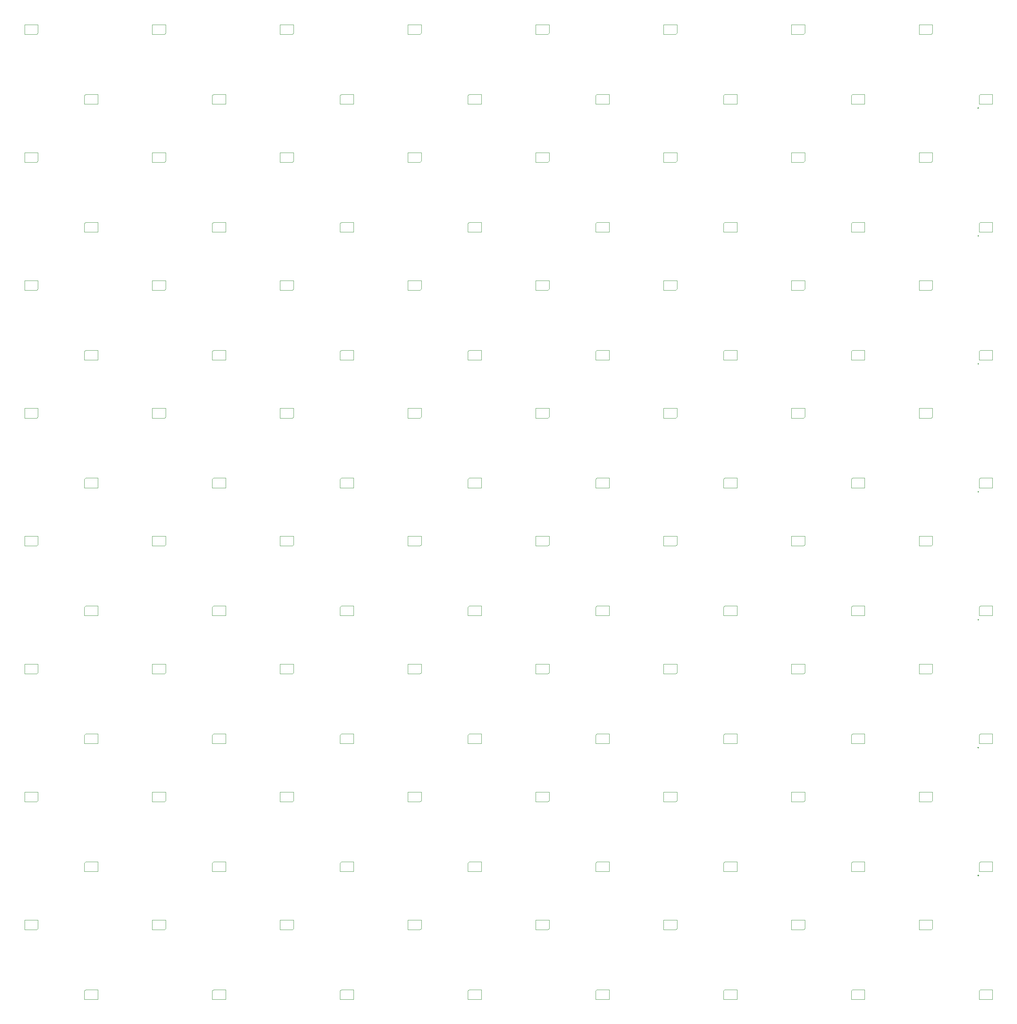
<source format=gbr>
%TF.GenerationSoftware,KiCad,Pcbnew,9.0.1*%
%TF.CreationDate,2025-05-31T16:07:01+01:00*%
%TF.ProjectId,Button MIDI Controller,42757474-6f6e-4204-9d49-444920436f6e,rev?*%
%TF.SameCoordinates,Original*%
%TF.FileFunction,Legend,Top*%
%TF.FilePolarity,Positive*%
%FSLAX46Y46*%
G04 Gerber Fmt 4.6, Leading zero omitted, Abs format (unit mm)*
G04 Created by KiCad (PCBNEW 9.0.1) date 2025-05-31 16:07:01*
%MOMM*%
%LPD*%
G01*
G04 APERTURE LIST*
%ADD10C,0.120000*%
%ADD11C,0.200000*%
G04 APERTURE END LIST*
D10*
%TO.C,D90*%
X-86002000Y264714000D02*
X-86002000Y266714000D01*
X-86002000Y264714000D02*
X-82802000Y264714000D01*
X-85702000Y267014000D02*
X-86002000Y266714000D01*
X-85702000Y267014000D02*
X-82802000Y267014000D01*
X-82802000Y267014000D02*
X-82802000Y264714000D01*
%TO.C,D114*%
X-251716000Y220624000D02*
X-251716000Y222924000D01*
X-248816000Y220624000D02*
X-251716000Y220624000D01*
X-248816000Y220624000D02*
X-248516000Y220924000D01*
X-248516000Y222924000D02*
X-251716000Y222924000D01*
X-248516000Y222924000D02*
X-248516000Y220924000D01*
%TO.C,D192*%
X-267802000Y82914000D02*
X-267802000Y84914000D01*
X-267802000Y82914000D02*
X-264602000Y82914000D01*
X-267502000Y85214000D02*
X-267802000Y84914000D01*
X-267502000Y85214000D02*
X-264602000Y85214000D01*
X-264602000Y85214000D02*
X-264602000Y82914000D01*
%TO.C,D109*%
X-176902000Y234414000D02*
X-176902000Y236414000D01*
X-176902000Y234414000D02*
X-173702000Y234414000D01*
X-176602000Y236714000D02*
X-176902000Y236414000D01*
X-176602000Y236714000D02*
X-173702000Y236714000D01*
X-173702000Y236714000D02*
X-173702000Y234414000D01*
%TO.C,D88*%
X-69916000Y281224000D02*
X-69916000Y283524000D01*
X-67016000Y281224000D02*
X-69916000Y281224000D01*
X-67016000Y281224000D02*
X-66716000Y281524000D01*
X-66716000Y283524000D02*
X-69916000Y283524000D01*
X-66716000Y283524000D02*
X-66716000Y281524000D01*
%TO.C,D120*%
X-69916000Y220624000D02*
X-69916000Y222924000D01*
X-67016000Y220624000D02*
X-69916000Y220624000D01*
X-67016000Y220624000D02*
X-66716000Y220924000D01*
X-66716000Y222924000D02*
X-69916000Y222924000D01*
X-66716000Y222924000D02*
X-66716000Y220924000D01*
%TO.C,D161*%
X-282016000Y129724000D02*
X-282016000Y132024000D01*
X-279116000Y129724000D02*
X-282016000Y129724000D01*
X-279116000Y129724000D02*
X-278816000Y130024000D01*
X-278816000Y132024000D02*
X-282016000Y132024000D01*
X-278816000Y132024000D02*
X-278816000Y130024000D01*
%TO.C,D89*%
X-55702000Y264714000D02*
X-55702000Y266714000D01*
X-55702000Y264714000D02*
X-52502000Y264714000D01*
X-55402000Y267014000D02*
X-55702000Y266714000D01*
X-55402000Y267014000D02*
X-52502000Y267014000D01*
X-52502000Y267014000D02*
X-52502000Y264714000D01*
%TO.C,D152*%
X-69916000Y160024000D02*
X-69916000Y162324000D01*
X-67016000Y160024000D02*
X-69916000Y160024000D01*
X-67016000Y160024000D02*
X-66716000Y160324000D01*
X-66716000Y162324000D02*
X-69916000Y162324000D01*
X-66716000Y162324000D02*
X-66716000Y160324000D01*
%TO.C,D107*%
X-116302000Y234414000D02*
X-116302000Y236414000D01*
X-116302000Y234414000D02*
X-113102000Y234414000D01*
X-116002000Y236714000D02*
X-116302000Y236414000D01*
X-116002000Y236714000D02*
X-113102000Y236714000D01*
X-113102000Y236714000D02*
X-113102000Y234414000D01*
%TO.C,D137*%
X-55702000Y173814000D02*
X-55702000Y175814000D01*
X-55702000Y173814000D02*
X-52502000Y173814000D01*
X-55402000Y176114000D02*
X-55702000Y175814000D01*
X-55402000Y176114000D02*
X-52502000Y176114000D01*
X-52502000Y176114000D02*
X-52502000Y173814000D01*
%TO.C,D133*%
X-160816000Y190324000D02*
X-160816000Y192624000D01*
X-157916000Y190324000D02*
X-160816000Y190324000D01*
X-157916000Y190324000D02*
X-157616000Y190624000D01*
X-157616000Y192624000D02*
X-160816000Y192624000D01*
X-157616000Y192624000D02*
X-157616000Y190624000D01*
%TO.C,D113*%
X-282016000Y220624000D02*
X-282016000Y222924000D01*
X-279116000Y220624000D02*
X-282016000Y220624000D01*
X-279116000Y220624000D02*
X-278816000Y220924000D01*
X-278816000Y222924000D02*
X-282016000Y222924000D01*
X-278816000Y222924000D02*
X-278816000Y220924000D01*
%TO.C,D91*%
X-116302000Y264714000D02*
X-116302000Y266714000D01*
X-116302000Y264714000D02*
X-113102000Y264714000D01*
X-116002000Y267014000D02*
X-116302000Y266714000D01*
X-116002000Y267014000D02*
X-113102000Y267014000D01*
X-113102000Y267014000D02*
X-113102000Y264714000D01*
%TO.C,D84*%
X-191116000Y281224000D02*
X-191116000Y283524000D01*
X-188216000Y281224000D02*
X-191116000Y281224000D01*
X-188216000Y281224000D02*
X-187916000Y281524000D01*
X-187916000Y283524000D02*
X-191116000Y283524000D01*
X-187916000Y283524000D02*
X-187916000Y281524000D01*
%TO.C,D119*%
X-100216000Y220624000D02*
X-100216000Y222924000D01*
X-97316000Y220624000D02*
X-100216000Y220624000D01*
X-97316000Y220624000D02*
X-97016000Y220924000D01*
X-97016000Y222924000D02*
X-100216000Y222924000D01*
X-97016000Y222924000D02*
X-97016000Y220924000D01*
%TO.C,D174*%
X-207202000Y113214000D02*
X-207202000Y115214000D01*
X-207202000Y113214000D02*
X-204002000Y113214000D01*
X-206902000Y115514000D02*
X-207202000Y115214000D01*
X-206902000Y115514000D02*
X-204002000Y115514000D01*
X-204002000Y115514000D02*
X-204002000Y113214000D01*
%TO.C,D112*%
X-267802000Y234414000D02*
X-267802000Y236414000D01*
X-267802000Y234414000D02*
X-264602000Y234414000D01*
X-267502000Y236714000D02*
X-267802000Y236414000D01*
X-267502000Y236714000D02*
X-264602000Y236714000D01*
X-264602000Y236714000D02*
X-264602000Y234414000D01*
%TO.C,D160*%
X-267802000Y143514000D02*
X-267802000Y145514000D01*
X-267802000Y143514000D02*
X-264602000Y143514000D01*
X-267502000Y145814000D02*
X-267802000Y145514000D01*
X-267502000Y145814000D02*
X-264602000Y145814000D01*
X-264602000Y145814000D02*
X-264602000Y143514000D01*
%TO.C,D153*%
X-55702000Y143514000D02*
X-55702000Y145514000D01*
X-55702000Y143514000D02*
X-52502000Y143514000D01*
X-55402000Y145814000D02*
X-55702000Y145514000D01*
X-55402000Y145814000D02*
X-52502000Y145814000D01*
X-52502000Y145814000D02*
X-52502000Y143514000D01*
%TO.C,D92*%
X-146602000Y264714000D02*
X-146602000Y266714000D01*
X-146602000Y264714000D02*
X-143402000Y264714000D01*
X-146302000Y267014000D02*
X-146602000Y266714000D01*
X-146302000Y267014000D02*
X-143402000Y267014000D01*
X-143402000Y267014000D02*
X-143402000Y264714000D01*
%TO.C,D94*%
X-207202000Y264714000D02*
X-207202000Y266714000D01*
X-207202000Y264714000D02*
X-204002000Y264714000D01*
X-206902000Y267014000D02*
X-207202000Y266714000D01*
X-206902000Y267014000D02*
X-204002000Y267014000D01*
X-204002000Y267014000D02*
X-204002000Y264714000D01*
%TO.C,D69*%
X-160816000Y311524000D02*
X-160816000Y313824000D01*
X-157916000Y311524000D02*
X-160816000Y311524000D01*
X-157916000Y311524000D02*
X-157616000Y311824000D01*
X-157616000Y313824000D02*
X-160816000Y313824000D01*
X-157616000Y313824000D02*
X-157616000Y311824000D01*
%TO.C,D188*%
X-146602000Y82914000D02*
X-146602000Y84914000D01*
X-146602000Y82914000D02*
X-143402000Y82914000D01*
X-146302000Y85214000D02*
X-146602000Y84914000D01*
X-146302000Y85214000D02*
X-143402000Y85214000D01*
X-143402000Y85214000D02*
X-143402000Y82914000D01*
%TO.C,D72*%
X-69916000Y311524000D02*
X-69916000Y313824000D01*
X-67016000Y311524000D02*
X-69916000Y311524000D01*
X-67016000Y311524000D02*
X-66716000Y311824000D01*
X-66716000Y313824000D02*
X-69916000Y313824000D01*
X-66716000Y313824000D02*
X-66716000Y311824000D01*
%TO.C,D130*%
X-251716000Y190324000D02*
X-251716000Y192624000D01*
X-248816000Y190324000D02*
X-251716000Y190324000D01*
X-248816000Y190324000D02*
X-248516000Y190624000D01*
X-248516000Y192624000D02*
X-251716000Y192624000D01*
X-248516000Y192624000D02*
X-248516000Y190624000D01*
D11*
%TO.C,S2*%
X-55780000Y263752000D02*
G75*
G02*
X-55980000Y263752000I-100000J0D01*
G01*
X-55980000Y263752000D02*
G75*
G02*
X-55780000Y263752000I100000J0D01*
G01*
D10*
%TO.C,D132*%
X-191116000Y190324000D02*
X-191116000Y192624000D01*
X-188216000Y190324000D02*
X-191116000Y190324000D01*
X-188216000Y190324000D02*
X-187916000Y190624000D01*
X-187916000Y192624000D02*
X-191116000Y192624000D01*
X-187916000Y192624000D02*
X-187916000Y190624000D01*
%TO.C,D175*%
X-237502000Y113214000D02*
X-237502000Y115214000D01*
X-237502000Y113214000D02*
X-234302000Y113214000D01*
X-237202000Y115514000D02*
X-237502000Y115214000D01*
X-237202000Y115514000D02*
X-234302000Y115514000D01*
X-234302000Y115514000D02*
X-234302000Y113214000D01*
D11*
%TO.C,S1*%
X-55780000Y294052000D02*
G75*
G02*
X-55980000Y294052000I-100000J0D01*
G01*
X-55980000Y294052000D02*
G75*
G02*
X-55780000Y294052000I100000J0D01*
G01*
D10*
%TO.C,D66*%
X-251716000Y311524000D02*
X-251716000Y313824000D01*
X-248816000Y311524000D02*
X-251716000Y311524000D01*
X-248816000Y311524000D02*
X-248516000Y311824000D01*
X-248516000Y313824000D02*
X-251716000Y313824000D01*
X-248516000Y313824000D02*
X-248516000Y311824000D01*
%TO.C,D95*%
X-237502000Y264714000D02*
X-237502000Y266714000D01*
X-237502000Y264714000D02*
X-234302000Y264714000D01*
X-237202000Y267014000D02*
X-237502000Y266714000D01*
X-237202000Y267014000D02*
X-234302000Y267014000D01*
X-234302000Y267014000D02*
X-234302000Y264714000D01*
%TO.C,D186*%
X-86002000Y82914000D02*
X-86002000Y84914000D01*
X-86002000Y82914000D02*
X-82802000Y82914000D01*
X-85702000Y85214000D02*
X-86002000Y84914000D01*
X-85702000Y85214000D02*
X-82802000Y85214000D01*
X-82802000Y85214000D02*
X-82802000Y82914000D01*
%TO.C,D77*%
X-176902000Y295014000D02*
X-176902000Y297014000D01*
X-176902000Y295014000D02*
X-173702000Y295014000D01*
X-176602000Y297314000D02*
X-176902000Y297014000D01*
X-176602000Y297314000D02*
X-173702000Y297314000D01*
X-173702000Y297314000D02*
X-173702000Y295014000D01*
%TO.C,D80*%
X-267802000Y295014000D02*
X-267802000Y297014000D01*
X-267802000Y295014000D02*
X-264602000Y295014000D01*
X-267502000Y297314000D02*
X-267802000Y297014000D01*
X-267502000Y297314000D02*
X-264602000Y297314000D01*
X-264602000Y297314000D02*
X-264602000Y295014000D01*
%TO.C,D129*%
X-282016000Y190324000D02*
X-282016000Y192624000D01*
X-279116000Y190324000D02*
X-282016000Y190324000D01*
X-279116000Y190324000D02*
X-278816000Y190624000D01*
X-278816000Y192624000D02*
X-282016000Y192624000D01*
X-278816000Y192624000D02*
X-278816000Y190624000D01*
%TO.C,D158*%
X-207202000Y143514000D02*
X-207202000Y145514000D01*
X-207202000Y143514000D02*
X-204002000Y143514000D01*
X-206902000Y145814000D02*
X-207202000Y145514000D01*
X-206902000Y145814000D02*
X-204002000Y145814000D01*
X-204002000Y145814000D02*
X-204002000Y143514000D01*
%TO.C,D148*%
X-191116000Y160024000D02*
X-191116000Y162324000D01*
X-188216000Y160024000D02*
X-191116000Y160024000D01*
X-188216000Y160024000D02*
X-187916000Y160324000D01*
X-187916000Y162324000D02*
X-191116000Y162324000D01*
X-187916000Y162324000D02*
X-187916000Y160324000D01*
%TO.C,D187*%
X-116302000Y82914000D02*
X-116302000Y84914000D01*
X-116302000Y82914000D02*
X-113102000Y82914000D01*
X-116002000Y85214000D02*
X-116302000Y84914000D01*
X-116002000Y85214000D02*
X-113102000Y85214000D01*
X-113102000Y85214000D02*
X-113102000Y82914000D01*
%TO.C,D110*%
X-207202000Y234414000D02*
X-207202000Y236414000D01*
X-207202000Y234414000D02*
X-204002000Y234414000D01*
X-206902000Y236714000D02*
X-207202000Y236414000D01*
X-206902000Y236714000D02*
X-204002000Y236714000D01*
X-204002000Y236714000D02*
X-204002000Y234414000D01*
%TO.C,D177*%
X-282016000Y99424000D02*
X-282016000Y101724000D01*
X-279116000Y99424000D02*
X-282016000Y99424000D01*
X-279116000Y99424000D02*
X-278816000Y99724000D01*
X-278816000Y101724000D02*
X-282016000Y101724000D01*
X-278816000Y101724000D02*
X-278816000Y99724000D01*
%TO.C,D154*%
X-86002000Y143514000D02*
X-86002000Y145514000D01*
X-86002000Y143514000D02*
X-82802000Y143514000D01*
X-85702000Y145814000D02*
X-86002000Y145514000D01*
X-85702000Y145814000D02*
X-82802000Y145814000D01*
X-82802000Y145814000D02*
X-82802000Y143514000D01*
%TO.C,D100*%
X-191116000Y250924000D02*
X-191116000Y253224000D01*
X-188216000Y250924000D02*
X-191116000Y250924000D01*
X-188216000Y250924000D02*
X-187916000Y251224000D01*
X-187916000Y253224000D02*
X-191116000Y253224000D01*
X-187916000Y253224000D02*
X-187916000Y251224000D01*
%TO.C,D134*%
X-130516000Y190324000D02*
X-130516000Y192624000D01*
X-127616000Y190324000D02*
X-130516000Y190324000D01*
X-127616000Y190324000D02*
X-127316000Y190624000D01*
X-127316000Y192624000D02*
X-130516000Y192624000D01*
X-127316000Y192624000D02*
X-127316000Y190624000D01*
%TO.C,D151*%
X-100216000Y160024000D02*
X-100216000Y162324000D01*
X-97316000Y160024000D02*
X-100216000Y160024000D01*
X-97316000Y160024000D02*
X-97016000Y160324000D01*
X-97016000Y162324000D02*
X-100216000Y162324000D01*
X-97016000Y162324000D02*
X-97016000Y160324000D01*
D11*
%TO.C,S5*%
X-55780000Y172852000D02*
G75*
G02*
X-55980000Y172852000I-100000J0D01*
G01*
X-55980000Y172852000D02*
G75*
G02*
X-55780000Y172852000I100000J0D01*
G01*
D10*
%TO.C,D126*%
X-207202000Y204114000D02*
X-207202000Y206114000D01*
X-207202000Y204114000D02*
X-204002000Y204114000D01*
X-206902000Y206414000D02*
X-207202000Y206114000D01*
X-206902000Y206414000D02*
X-204002000Y206414000D01*
X-204002000Y206414000D02*
X-204002000Y204114000D01*
%TO.C,D139*%
X-116302000Y173814000D02*
X-116302000Y175814000D01*
X-116302000Y173814000D02*
X-113102000Y173814000D01*
X-116002000Y176114000D02*
X-116302000Y175814000D01*
X-116002000Y176114000D02*
X-113102000Y176114000D01*
X-113102000Y176114000D02*
X-113102000Y173814000D01*
%TO.C,D103*%
X-100216000Y250924000D02*
X-100216000Y253224000D01*
X-97316000Y250924000D02*
X-100216000Y250924000D01*
X-97316000Y250924000D02*
X-97016000Y251224000D01*
X-97016000Y253224000D02*
X-100216000Y253224000D01*
X-97016000Y253224000D02*
X-97016000Y251224000D01*
%TO.C,D106*%
X-86002000Y234414000D02*
X-86002000Y236414000D01*
X-86002000Y234414000D02*
X-82802000Y234414000D01*
X-85702000Y236714000D02*
X-86002000Y236414000D01*
X-85702000Y236714000D02*
X-82802000Y236714000D01*
X-82802000Y236714000D02*
X-82802000Y234414000D01*
%TO.C,D87*%
X-100216000Y281224000D02*
X-100216000Y283524000D01*
X-97316000Y281224000D02*
X-100216000Y281224000D01*
X-97316000Y281224000D02*
X-97016000Y281524000D01*
X-97016000Y283524000D02*
X-100216000Y283524000D01*
X-97016000Y283524000D02*
X-97016000Y281524000D01*
%TO.C,D184*%
X-69916000Y99424000D02*
X-69916000Y101724000D01*
X-67016000Y99424000D02*
X-69916000Y99424000D01*
X-67016000Y99424000D02*
X-66716000Y99724000D01*
X-66716000Y101724000D02*
X-69916000Y101724000D01*
X-66716000Y101724000D02*
X-66716000Y99724000D01*
%TO.C,D65*%
X-282016000Y311524000D02*
X-282016000Y313824000D01*
X-279116000Y311524000D02*
X-282016000Y311524000D01*
X-279116000Y311524000D02*
X-278816000Y311824000D01*
X-278816000Y313824000D02*
X-282016000Y313824000D01*
X-278816000Y313824000D02*
X-278816000Y311824000D01*
D11*
%TO.C,S3*%
X-55780000Y233452000D02*
G75*
G02*
X-55980000Y233452000I-100000J0D01*
G01*
X-55980000Y233452000D02*
G75*
G02*
X-55780000Y233452000I100000J0D01*
G01*
D10*
%TO.C,D99*%
X-221416000Y250924000D02*
X-221416000Y253224000D01*
X-218516000Y250924000D02*
X-221416000Y250924000D01*
X-218516000Y250924000D02*
X-218216000Y251224000D01*
X-218216000Y253224000D02*
X-221416000Y253224000D01*
X-218216000Y253224000D02*
X-218216000Y251224000D01*
%TO.C,D165*%
X-160816000Y129724000D02*
X-160816000Y132024000D01*
X-157916000Y129724000D02*
X-160816000Y129724000D01*
X-157916000Y129724000D02*
X-157616000Y130024000D01*
X-157616000Y132024000D02*
X-160816000Y132024000D01*
X-157616000Y132024000D02*
X-157616000Y130024000D01*
%TO.C,D156*%
X-146602000Y143514000D02*
X-146602000Y145514000D01*
X-146602000Y143514000D02*
X-143402000Y143514000D01*
X-146302000Y145814000D02*
X-146602000Y145514000D01*
X-146302000Y145814000D02*
X-143402000Y145814000D01*
X-143402000Y145814000D02*
X-143402000Y143514000D01*
%TO.C,D75*%
X-116302000Y295014000D02*
X-116302000Y297014000D01*
X-116302000Y295014000D02*
X-113102000Y295014000D01*
X-116002000Y297314000D02*
X-116302000Y297014000D01*
X-116002000Y297314000D02*
X-113102000Y297314000D01*
X-113102000Y297314000D02*
X-113102000Y295014000D01*
%TO.C,D164*%
X-191116000Y129724000D02*
X-191116000Y132024000D01*
X-188216000Y129724000D02*
X-191116000Y129724000D01*
X-188216000Y129724000D02*
X-187916000Y130024000D01*
X-187916000Y132024000D02*
X-191116000Y132024000D01*
X-187916000Y132024000D02*
X-187916000Y130024000D01*
%TO.C,D168*%
X-69916000Y129724000D02*
X-69916000Y132024000D01*
X-67016000Y129724000D02*
X-69916000Y129724000D01*
X-67016000Y129724000D02*
X-66716000Y130024000D01*
X-66716000Y132024000D02*
X-69916000Y132024000D01*
X-66716000Y132024000D02*
X-66716000Y130024000D01*
%TO.C,D190*%
X-207202000Y82914000D02*
X-207202000Y84914000D01*
X-207202000Y82914000D02*
X-204002000Y82914000D01*
X-206902000Y85214000D02*
X-207202000Y84914000D01*
X-206902000Y85214000D02*
X-204002000Y85214000D01*
X-204002000Y85214000D02*
X-204002000Y82914000D01*
%TO.C,D82*%
X-251716000Y281224000D02*
X-251716000Y283524000D01*
X-248816000Y281224000D02*
X-251716000Y281224000D01*
X-248816000Y281224000D02*
X-248516000Y281524000D01*
X-248516000Y283524000D02*
X-251716000Y283524000D01*
X-248516000Y283524000D02*
X-248516000Y281524000D01*
%TO.C,D70*%
X-130516000Y311524000D02*
X-130516000Y313824000D01*
X-127616000Y311524000D02*
X-130516000Y311524000D01*
X-127616000Y311524000D02*
X-127316000Y311824000D01*
X-127316000Y313824000D02*
X-130516000Y313824000D01*
X-127316000Y313824000D02*
X-127316000Y311824000D01*
%TO.C,D122*%
X-86002000Y204114000D02*
X-86002000Y206114000D01*
X-86002000Y204114000D02*
X-82802000Y204114000D01*
X-85702000Y206414000D02*
X-86002000Y206114000D01*
X-85702000Y206414000D02*
X-82802000Y206414000D01*
X-82802000Y206414000D02*
X-82802000Y204114000D01*
%TO.C,D101*%
X-160816000Y250924000D02*
X-160816000Y253224000D01*
X-157916000Y250924000D02*
X-160816000Y250924000D01*
X-157916000Y250924000D02*
X-157616000Y251224000D01*
X-157616000Y253224000D02*
X-160816000Y253224000D01*
X-157616000Y253224000D02*
X-157616000Y251224000D01*
%TO.C,D185*%
X-55702000Y82914000D02*
X-55702000Y84914000D01*
X-55702000Y82914000D02*
X-52502000Y82914000D01*
X-55402000Y85214000D02*
X-55702000Y84914000D01*
X-55402000Y85214000D02*
X-52502000Y85214000D01*
X-52502000Y85214000D02*
X-52502000Y82914000D01*
%TO.C,D163*%
X-221416000Y129724000D02*
X-221416000Y132024000D01*
X-218516000Y129724000D02*
X-221416000Y129724000D01*
X-218516000Y129724000D02*
X-218216000Y130024000D01*
X-218216000Y132024000D02*
X-221416000Y132024000D01*
X-218216000Y132024000D02*
X-218216000Y130024000D01*
%TO.C,D83*%
X-221416000Y281224000D02*
X-221416000Y283524000D01*
X-218516000Y281224000D02*
X-221416000Y281224000D01*
X-218516000Y281224000D02*
X-218216000Y281524000D01*
X-218216000Y283524000D02*
X-221416000Y283524000D01*
X-218216000Y283524000D02*
X-218216000Y281524000D01*
%TO.C,D150*%
X-130516000Y160024000D02*
X-130516000Y162324000D01*
X-127616000Y160024000D02*
X-130516000Y160024000D01*
X-127616000Y160024000D02*
X-127316000Y160324000D01*
X-127316000Y162324000D02*
X-130516000Y162324000D01*
X-127316000Y162324000D02*
X-127316000Y160324000D01*
%TO.C,D71*%
X-100216000Y311524000D02*
X-100216000Y313824000D01*
X-97316000Y311524000D02*
X-100216000Y311524000D01*
X-97316000Y311524000D02*
X-97016000Y311824000D01*
X-97016000Y313824000D02*
X-100216000Y313824000D01*
X-97016000Y313824000D02*
X-97016000Y311824000D01*
%TO.C,D182*%
X-130516000Y99424000D02*
X-130516000Y101724000D01*
X-127616000Y99424000D02*
X-130516000Y99424000D01*
X-127616000Y99424000D02*
X-127316000Y99724000D01*
X-127316000Y101724000D02*
X-130516000Y101724000D01*
X-127316000Y101724000D02*
X-127316000Y99724000D01*
%TO.C,D115*%
X-221416000Y220624000D02*
X-221416000Y222924000D01*
X-218516000Y220624000D02*
X-221416000Y220624000D01*
X-218516000Y220624000D02*
X-218216000Y220924000D01*
X-218216000Y222924000D02*
X-221416000Y222924000D01*
X-218216000Y222924000D02*
X-218216000Y220924000D01*
%TO.C,D81*%
X-282016000Y281224000D02*
X-282016000Y283524000D01*
X-279116000Y281224000D02*
X-282016000Y281224000D01*
X-279116000Y281224000D02*
X-278816000Y281524000D01*
X-278816000Y283524000D02*
X-282016000Y283524000D01*
X-278816000Y283524000D02*
X-278816000Y281524000D01*
%TO.C,D191*%
X-237502000Y82914000D02*
X-237502000Y84914000D01*
X-237502000Y82914000D02*
X-234302000Y82914000D01*
X-237202000Y85214000D02*
X-237502000Y84914000D01*
X-237202000Y85214000D02*
X-234302000Y85214000D01*
X-234302000Y85214000D02*
X-234302000Y82914000D01*
%TO.C,D135*%
X-100216000Y190324000D02*
X-100216000Y192624000D01*
X-97316000Y190324000D02*
X-100216000Y190324000D01*
X-97316000Y190324000D02*
X-97016000Y190624000D01*
X-97016000Y192624000D02*
X-100216000Y192624000D01*
X-97016000Y192624000D02*
X-97016000Y190624000D01*
%TO.C,D178*%
X-251716000Y99424000D02*
X-251716000Y101724000D01*
X-248816000Y99424000D02*
X-251716000Y99424000D01*
X-248816000Y99424000D02*
X-248516000Y99724000D01*
X-248516000Y101724000D02*
X-251716000Y101724000D01*
X-248516000Y101724000D02*
X-248516000Y99724000D01*
%TO.C,D98*%
X-251716000Y250924000D02*
X-251716000Y253224000D01*
X-248816000Y250924000D02*
X-251716000Y250924000D01*
X-248816000Y250924000D02*
X-248516000Y251224000D01*
X-248516000Y253224000D02*
X-251716000Y253224000D01*
X-248516000Y253224000D02*
X-248516000Y251224000D01*
%TO.C,D125*%
X-176902000Y204114000D02*
X-176902000Y206114000D01*
X-176902000Y204114000D02*
X-173702000Y204114000D01*
X-176602000Y206414000D02*
X-176902000Y206114000D01*
X-176602000Y206414000D02*
X-173702000Y206414000D01*
X-173702000Y206414000D02*
X-173702000Y204114000D01*
%TO.C,D170*%
X-86002000Y113214000D02*
X-86002000Y115214000D01*
X-86002000Y113214000D02*
X-82802000Y113214000D01*
X-85702000Y115514000D02*
X-86002000Y115214000D01*
X-85702000Y115514000D02*
X-82802000Y115514000D01*
X-82802000Y115514000D02*
X-82802000Y113214000D01*
%TO.C,D96*%
X-267802000Y264714000D02*
X-267802000Y266714000D01*
X-267802000Y264714000D02*
X-264602000Y264714000D01*
X-267502000Y267014000D02*
X-267802000Y266714000D01*
X-267502000Y267014000D02*
X-264602000Y267014000D01*
X-264602000Y267014000D02*
X-264602000Y264714000D01*
%TO.C,D173*%
X-176902000Y113214000D02*
X-176902000Y115214000D01*
X-176902000Y113214000D02*
X-173702000Y113214000D01*
X-176602000Y115514000D02*
X-176902000Y115214000D01*
X-176602000Y115514000D02*
X-173702000Y115514000D01*
X-173702000Y115514000D02*
X-173702000Y113214000D01*
%TO.C,D167*%
X-100216000Y129724000D02*
X-100216000Y132024000D01*
X-97316000Y129724000D02*
X-100216000Y129724000D01*
X-97316000Y129724000D02*
X-97016000Y130024000D01*
X-97016000Y132024000D02*
X-100216000Y132024000D01*
X-97016000Y132024000D02*
X-97016000Y130024000D01*
%TO.C,D169*%
X-55702000Y113214000D02*
X-55702000Y115214000D01*
X-55702000Y113214000D02*
X-52502000Y113214000D01*
X-55402000Y115514000D02*
X-55702000Y115214000D01*
X-55402000Y115514000D02*
X-52502000Y115514000D01*
X-52502000Y115514000D02*
X-52502000Y113214000D01*
%TO.C,D179*%
X-221416000Y99424000D02*
X-221416000Y101724000D01*
X-218516000Y99424000D02*
X-221416000Y99424000D01*
X-218516000Y99424000D02*
X-218216000Y99724000D01*
X-218216000Y101724000D02*
X-221416000Y101724000D01*
X-218216000Y101724000D02*
X-218216000Y99724000D01*
%TO.C,D105*%
X-55702000Y234414000D02*
X-55702000Y236414000D01*
X-55702000Y234414000D02*
X-52502000Y234414000D01*
X-55402000Y236714000D02*
X-55702000Y236414000D01*
X-55402000Y236714000D02*
X-52502000Y236714000D01*
X-52502000Y236714000D02*
X-52502000Y234414000D01*
%TO.C,D108*%
X-146602000Y234414000D02*
X-146602000Y236414000D01*
X-146602000Y234414000D02*
X-143402000Y234414000D01*
X-146302000Y236714000D02*
X-146602000Y236414000D01*
X-146302000Y236714000D02*
X-143402000Y236714000D01*
X-143402000Y236714000D02*
X-143402000Y234414000D01*
%TO.C,D176*%
X-267802000Y113214000D02*
X-267802000Y115214000D01*
X-267802000Y113214000D02*
X-264602000Y113214000D01*
X-267502000Y115514000D02*
X-267802000Y115214000D01*
X-267502000Y115514000D02*
X-264602000Y115514000D01*
X-264602000Y115514000D02*
X-264602000Y113214000D01*
%TO.C,D79*%
X-237502000Y295014000D02*
X-237502000Y297014000D01*
X-237502000Y295014000D02*
X-234302000Y295014000D01*
X-237202000Y297314000D02*
X-237502000Y297014000D01*
X-237202000Y297314000D02*
X-234302000Y297314000D01*
X-234302000Y297314000D02*
X-234302000Y295014000D01*
%TO.C,D123*%
X-116302000Y204114000D02*
X-116302000Y206114000D01*
X-116302000Y204114000D02*
X-113102000Y204114000D01*
X-116002000Y206414000D02*
X-116302000Y206114000D01*
X-116002000Y206414000D02*
X-113102000Y206414000D01*
X-113102000Y206414000D02*
X-113102000Y204114000D01*
%TO.C,D85*%
X-160816000Y281224000D02*
X-160816000Y283524000D01*
X-157916000Y281224000D02*
X-160816000Y281224000D01*
X-157916000Y281224000D02*
X-157616000Y281524000D01*
X-157616000Y283524000D02*
X-160816000Y283524000D01*
X-157616000Y283524000D02*
X-157616000Y281524000D01*
%TO.C,D143*%
X-237502000Y173814000D02*
X-237502000Y175814000D01*
X-237502000Y173814000D02*
X-234302000Y173814000D01*
X-237202000Y176114000D02*
X-237502000Y175814000D01*
X-237202000Y176114000D02*
X-234302000Y176114000D01*
X-234302000Y176114000D02*
X-234302000Y173814000D01*
%TO.C,D136*%
X-69916000Y190324000D02*
X-69916000Y192624000D01*
X-67016000Y190324000D02*
X-69916000Y190324000D01*
X-67016000Y190324000D02*
X-66716000Y190624000D01*
X-66716000Y192624000D02*
X-69916000Y192624000D01*
X-66716000Y192624000D02*
X-66716000Y190624000D01*
%TO.C,D166*%
X-130516000Y129724000D02*
X-130516000Y132024000D01*
X-127616000Y129724000D02*
X-130516000Y129724000D01*
X-127616000Y129724000D02*
X-127316000Y130024000D01*
X-127316000Y132024000D02*
X-130516000Y132024000D01*
X-127316000Y132024000D02*
X-127316000Y130024000D01*
%TO.C,D142*%
X-207202000Y173814000D02*
X-207202000Y175814000D01*
X-207202000Y173814000D02*
X-204002000Y173814000D01*
X-206902000Y176114000D02*
X-207202000Y175814000D01*
X-206902000Y176114000D02*
X-204002000Y176114000D01*
X-204002000Y176114000D02*
X-204002000Y173814000D01*
%TO.C,D76*%
X-146602000Y295014000D02*
X-146602000Y297014000D01*
X-146602000Y295014000D02*
X-143402000Y295014000D01*
X-146302000Y297314000D02*
X-146602000Y297014000D01*
X-146302000Y297314000D02*
X-143402000Y297314000D01*
X-143402000Y297314000D02*
X-143402000Y295014000D01*
%TO.C,D145*%
X-282016000Y160024000D02*
X-282016000Y162324000D01*
X-279116000Y160024000D02*
X-282016000Y160024000D01*
X-279116000Y160024000D02*
X-278816000Y160324000D01*
X-278816000Y162324000D02*
X-282016000Y162324000D01*
X-278816000Y162324000D02*
X-278816000Y160324000D01*
%TO.C,D78*%
X-207202000Y295014000D02*
X-207202000Y297014000D01*
X-207202000Y295014000D02*
X-204002000Y295014000D01*
X-206902000Y297314000D02*
X-207202000Y297014000D01*
X-206902000Y297314000D02*
X-204002000Y297314000D01*
X-204002000Y297314000D02*
X-204002000Y295014000D01*
%TO.C,D149*%
X-160816000Y160024000D02*
X-160816000Y162324000D01*
X-157916000Y160024000D02*
X-160816000Y160024000D01*
X-157916000Y160024000D02*
X-157616000Y160324000D01*
X-157616000Y162324000D02*
X-160816000Y162324000D01*
X-157616000Y162324000D02*
X-157616000Y160324000D01*
%TO.C,D121*%
X-55702000Y204114000D02*
X-55702000Y206114000D01*
X-55702000Y204114000D02*
X-52502000Y204114000D01*
X-55402000Y206414000D02*
X-55702000Y206114000D01*
X-55402000Y206414000D02*
X-52502000Y206414000D01*
X-52502000Y206414000D02*
X-52502000Y204114000D01*
%TO.C,D116*%
X-191116000Y220624000D02*
X-191116000Y222924000D01*
X-188216000Y220624000D02*
X-191116000Y220624000D01*
X-188216000Y220624000D02*
X-187916000Y220924000D01*
X-187916000Y222924000D02*
X-191116000Y222924000D01*
X-187916000Y222924000D02*
X-187916000Y220924000D01*
%TO.C,D146*%
X-251716000Y160024000D02*
X-251716000Y162324000D01*
X-248816000Y160024000D02*
X-251716000Y160024000D01*
X-248816000Y160024000D02*
X-248516000Y160324000D01*
X-248516000Y162324000D02*
X-251716000Y162324000D01*
X-248516000Y162324000D02*
X-248516000Y160324000D01*
%TO.C,D74*%
X-86002000Y295014000D02*
X-86002000Y297014000D01*
X-86002000Y295014000D02*
X-82802000Y295014000D01*
X-85702000Y297314000D02*
X-86002000Y297014000D01*
X-85702000Y297314000D02*
X-82802000Y297314000D01*
X-82802000Y297314000D02*
X-82802000Y295014000D01*
%TO.C,D147*%
X-221416000Y160024000D02*
X-221416000Y162324000D01*
X-218516000Y160024000D02*
X-221416000Y160024000D01*
X-218516000Y160024000D02*
X-218216000Y160324000D01*
X-218216000Y162324000D02*
X-221416000Y162324000D01*
X-218216000Y162324000D02*
X-218216000Y160324000D01*
%TO.C,D86*%
X-130516000Y281224000D02*
X-130516000Y283524000D01*
X-127616000Y281224000D02*
X-130516000Y281224000D01*
X-127616000Y281224000D02*
X-127316000Y281524000D01*
X-127316000Y283524000D02*
X-130516000Y283524000D01*
X-127316000Y283524000D02*
X-127316000Y281524000D01*
D11*
%TO.C,S6*%
X-55780000Y142552000D02*
G75*
G02*
X-55980000Y142552000I-100000J0D01*
G01*
X-55980000Y142552000D02*
G75*
G02*
X-55780000Y142552000I100000J0D01*
G01*
D10*
%TO.C,D127*%
X-237502000Y204114000D02*
X-237502000Y206114000D01*
X-237502000Y204114000D02*
X-234302000Y204114000D01*
X-237202000Y206414000D02*
X-237502000Y206114000D01*
X-237202000Y206414000D02*
X-234302000Y206414000D01*
X-234302000Y206414000D02*
X-234302000Y204114000D01*
%TO.C,D183*%
X-100216000Y99424000D02*
X-100216000Y101724000D01*
X-97316000Y99424000D02*
X-100216000Y99424000D01*
X-97316000Y99424000D02*
X-97016000Y99724000D01*
X-97016000Y101724000D02*
X-100216000Y101724000D01*
X-97016000Y101724000D02*
X-97016000Y99724000D01*
%TO.C,D172*%
X-146602000Y113214000D02*
X-146602000Y115214000D01*
X-146602000Y113214000D02*
X-143402000Y113214000D01*
X-146302000Y115514000D02*
X-146602000Y115214000D01*
X-146302000Y115514000D02*
X-143402000Y115514000D01*
X-143402000Y115514000D02*
X-143402000Y113214000D01*
%TO.C,D97*%
X-282016000Y250924000D02*
X-282016000Y253224000D01*
X-279116000Y250924000D02*
X-282016000Y250924000D01*
X-279116000Y250924000D02*
X-278816000Y251224000D01*
X-278816000Y253224000D02*
X-282016000Y253224000D01*
X-278816000Y253224000D02*
X-278816000Y251224000D01*
%TO.C,D111*%
X-237502000Y234414000D02*
X-237502000Y236414000D01*
X-237502000Y234414000D02*
X-234302000Y234414000D01*
X-237202000Y236714000D02*
X-237502000Y236414000D01*
X-237202000Y236714000D02*
X-234302000Y236714000D01*
X-234302000Y236714000D02*
X-234302000Y234414000D01*
%TO.C,D180*%
X-191116000Y99424000D02*
X-191116000Y101724000D01*
X-188216000Y99424000D02*
X-191116000Y99424000D01*
X-188216000Y99424000D02*
X-187916000Y99724000D01*
X-187916000Y101724000D02*
X-191116000Y101724000D01*
X-187916000Y101724000D02*
X-187916000Y99724000D01*
%TO.C,D93*%
X-176902000Y264714000D02*
X-176902000Y266714000D01*
X-176902000Y264714000D02*
X-173702000Y264714000D01*
X-176602000Y267014000D02*
X-176902000Y266714000D01*
X-176602000Y267014000D02*
X-173702000Y267014000D01*
X-173702000Y267014000D02*
X-173702000Y264714000D01*
%TO.C,D131*%
X-221416000Y190324000D02*
X-221416000Y192624000D01*
X-218516000Y190324000D02*
X-221416000Y190324000D01*
X-218516000Y190324000D02*
X-218216000Y190624000D01*
X-218216000Y192624000D02*
X-221416000Y192624000D01*
X-218216000Y192624000D02*
X-218216000Y190624000D01*
%TO.C,D159*%
X-237502000Y143514000D02*
X-237502000Y145514000D01*
X-237502000Y143514000D02*
X-234302000Y143514000D01*
X-237202000Y145814000D02*
X-237502000Y145514000D01*
X-237202000Y145814000D02*
X-234302000Y145814000D01*
X-234302000Y145814000D02*
X-234302000Y143514000D01*
%TO.C,D118*%
X-130516000Y220624000D02*
X-130516000Y222924000D01*
X-127616000Y220624000D02*
X-130516000Y220624000D01*
X-127616000Y220624000D02*
X-127316000Y220924000D01*
X-127316000Y222924000D02*
X-130516000Y222924000D01*
X-127316000Y222924000D02*
X-127316000Y220924000D01*
%TO.C,D117*%
X-160816000Y220624000D02*
X-160816000Y222924000D01*
X-157916000Y220624000D02*
X-160816000Y220624000D01*
X-157916000Y220624000D02*
X-157616000Y220924000D01*
X-157616000Y222924000D02*
X-160816000Y222924000D01*
X-157616000Y222924000D02*
X-157616000Y220924000D01*
%TO.C,D157*%
X-176902000Y143514000D02*
X-176902000Y145514000D01*
X-176902000Y143514000D02*
X-173702000Y143514000D01*
X-176602000Y145814000D02*
X-176902000Y145514000D01*
X-176602000Y145814000D02*
X-173702000Y145814000D01*
X-173702000Y145814000D02*
X-173702000Y143514000D01*
%TO.C,D67*%
X-221416000Y311524000D02*
X-221416000Y313824000D01*
X-218516000Y311524000D02*
X-221416000Y311524000D01*
X-218516000Y311524000D02*
X-218216000Y311824000D01*
X-218216000Y313824000D02*
X-221416000Y313824000D01*
X-218216000Y313824000D02*
X-218216000Y311824000D01*
%TO.C,D189*%
X-176902000Y82914000D02*
X-176902000Y84914000D01*
X-176902000Y82914000D02*
X-173702000Y82914000D01*
X-176602000Y85214000D02*
X-176902000Y84914000D01*
X-176602000Y85214000D02*
X-173702000Y85214000D01*
X-173702000Y85214000D02*
X-173702000Y82914000D01*
%TO.C,D73*%
X-55702000Y295014000D02*
X-55702000Y297014000D01*
X-55702000Y295014000D02*
X-52502000Y295014000D01*
X-55402000Y297314000D02*
X-55702000Y297014000D01*
X-55402000Y297314000D02*
X-52502000Y297314000D01*
X-52502000Y297314000D02*
X-52502000Y295014000D01*
D11*
%TO.C,S4*%
X-55780000Y203152000D02*
G75*
G02*
X-55980000Y203152000I-100000J0D01*
G01*
X-55980000Y203152000D02*
G75*
G02*
X-55780000Y203152000I100000J0D01*
G01*
%TO.C,S7*%
X-55780000Y112252000D02*
G75*
G02*
X-55980000Y112252000I-100000J0D01*
G01*
X-55980000Y112252000D02*
G75*
G02*
X-55780000Y112252000I100000J0D01*
G01*
D10*
%TO.C,D171*%
X-116302000Y113214000D02*
X-116302000Y115214000D01*
X-116302000Y113214000D02*
X-113102000Y113214000D01*
X-116002000Y115514000D02*
X-116302000Y115214000D01*
X-116002000Y115514000D02*
X-113102000Y115514000D01*
X-113102000Y115514000D02*
X-113102000Y113214000D01*
%TO.C,D141*%
X-176902000Y173814000D02*
X-176902000Y175814000D01*
X-176902000Y173814000D02*
X-173702000Y173814000D01*
X-176602000Y176114000D02*
X-176902000Y175814000D01*
X-176602000Y176114000D02*
X-173702000Y176114000D01*
X-173702000Y176114000D02*
X-173702000Y173814000D01*
%TO.C,D162*%
X-251716000Y129724000D02*
X-251716000Y132024000D01*
X-248816000Y129724000D02*
X-251716000Y129724000D01*
X-248816000Y129724000D02*
X-248516000Y130024000D01*
X-248516000Y132024000D02*
X-251716000Y132024000D01*
X-248516000Y132024000D02*
X-248516000Y130024000D01*
%TO.C,D144*%
X-267802000Y173814000D02*
X-267802000Y175814000D01*
X-267802000Y173814000D02*
X-264602000Y173814000D01*
X-267502000Y176114000D02*
X-267802000Y175814000D01*
X-267502000Y176114000D02*
X-264602000Y176114000D01*
X-264602000Y176114000D02*
X-264602000Y173814000D01*
%TO.C,D181*%
X-160816000Y99424000D02*
X-160816000Y101724000D01*
X-157916000Y99424000D02*
X-160816000Y99424000D01*
X-157916000Y99424000D02*
X-157616000Y99724000D01*
X-157616000Y101724000D02*
X-160816000Y101724000D01*
X-157616000Y101724000D02*
X-157616000Y99724000D01*
%TO.C,D102*%
X-130516000Y250924000D02*
X-130516000Y253224000D01*
X-127616000Y250924000D02*
X-130516000Y250924000D01*
X-127616000Y250924000D02*
X-127316000Y251224000D01*
X-127316000Y253224000D02*
X-130516000Y253224000D01*
X-127316000Y253224000D02*
X-127316000Y251224000D01*
%TO.C,D104*%
X-69916000Y250924000D02*
X-69916000Y253224000D01*
X-67016000Y250924000D02*
X-69916000Y250924000D01*
X-67016000Y250924000D02*
X-66716000Y251224000D01*
X-66716000Y253224000D02*
X-69916000Y253224000D01*
X-66716000Y253224000D02*
X-66716000Y251224000D01*
%TO.C,D68*%
X-191116000Y311524000D02*
X-191116000Y313824000D01*
X-188216000Y311524000D02*
X-191116000Y311524000D01*
X-188216000Y311524000D02*
X-187916000Y311824000D01*
X-187916000Y313824000D02*
X-191116000Y313824000D01*
X-187916000Y313824000D02*
X-187916000Y311824000D01*
%TO.C,D155*%
X-116302000Y143514000D02*
X-116302000Y145514000D01*
X-116302000Y143514000D02*
X-113102000Y143514000D01*
X-116002000Y145814000D02*
X-116302000Y145514000D01*
X-116002000Y145814000D02*
X-113102000Y145814000D01*
X-113102000Y145814000D02*
X-113102000Y143514000D01*
%TO.C,D124*%
X-146602000Y204114000D02*
X-146602000Y206114000D01*
X-146602000Y204114000D02*
X-143402000Y204114000D01*
X-146302000Y206414000D02*
X-146602000Y206114000D01*
X-146302000Y206414000D02*
X-143402000Y206414000D01*
X-143402000Y206414000D02*
X-143402000Y204114000D01*
%TO.C,D138*%
X-86002000Y173814000D02*
X-86002000Y175814000D01*
X-86002000Y173814000D02*
X-82802000Y173814000D01*
X-85702000Y176114000D02*
X-86002000Y175814000D01*
X-85702000Y176114000D02*
X-82802000Y176114000D01*
X-82802000Y176114000D02*
X-82802000Y173814000D01*
%TO.C,D140*%
X-146602000Y173814000D02*
X-146602000Y175814000D01*
X-146602000Y173814000D02*
X-143402000Y173814000D01*
X-146302000Y176114000D02*
X-146602000Y175814000D01*
X-146302000Y176114000D02*
X-143402000Y176114000D01*
X-143402000Y176114000D02*
X-143402000Y173814000D01*
%TO.C,D128*%
X-267802000Y204114000D02*
X-267802000Y206114000D01*
X-267802000Y204114000D02*
X-264602000Y204114000D01*
X-267502000Y206414000D02*
X-267802000Y206114000D01*
X-267502000Y206414000D02*
X-264602000Y206414000D01*
X-264602000Y206414000D02*
X-264602000Y204114000D01*
%TD*%
M02*

</source>
